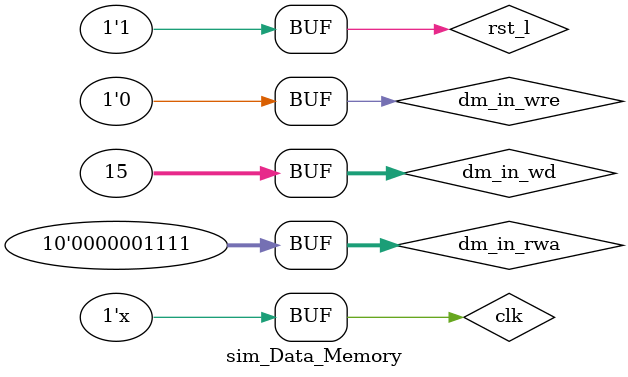
<source format=v>
`timescale 1ns / 1ps


module sim_Data_Memory(

    );
    reg clk,rst_l,dm_in_wre;
    reg [9:0]dm_in_rwa;
    reg [31:0]dm_in_wd;
    wire [31:0]dm_out_rd;
    initial
        begin
            clk=1'b0;
            rst_l=1'b0;
            dm_in_wre=1'b1;//Ð´Ê¹ÄÜ
            dm_in_rwa=10'h0;//Ð´µØÖ·
            dm_in_wd=32'h0;//Ð´Êý¾Ý
            
            #5 rst_l=1'b1;//¸´Î»ÐÅºÅÎÞÐ§
            repeat(15)
                begin
                    #3 dm_in_rwa=dm_in_rwa+4'h1;//Ð´µØÖ·¸üÐÂ
                       dm_in_wd=dm_in_wd+32'h1;//Ð´Êý¾Ý
                end
                
         #200
            dm_in_wre=1'b0;//¶ÁÊ¹ÄÜ
            dm_in_rwa=10'h0;//¶ÁµØÖ·¸´Î»
            repeat(15)
                begin
                    #3 dm_in_rwa=dm_in_rwa+4'h1;//¶ÁµØÖ·¸üÐÂ
                end
           
        end
    //Ê±ÖÓÐÅºÅ
    always #1
        begin
            clk=~clk;
        end
    
     Data_Memory DM(
                     clk,
                     rst_l,
                    
                     dm_in_wre, //ÔÚÇ°ÃæÓÃ1ÓÐÐ§£¬ºóµÄ0ÓÐÐ§
                     dm_in_rwa,
                     dm_in_wd,
                     
                     dm_out_rd
                    );
endmodule

</source>
